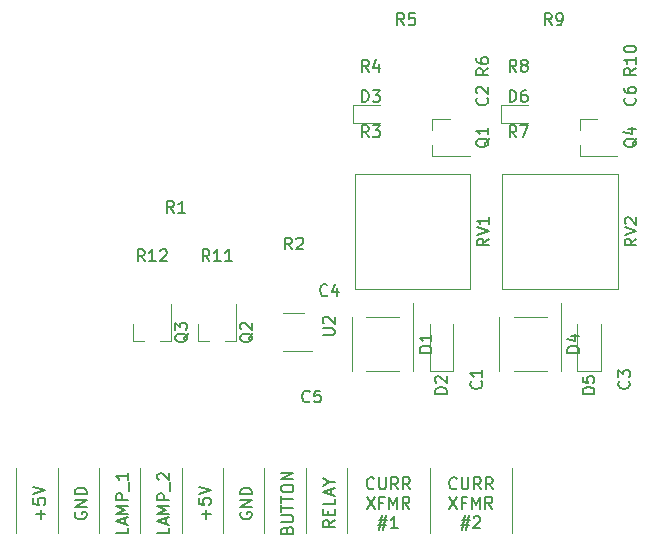
<source format=gbr>
G04 #@! TF.GenerationSoftware,KiCad,Pcbnew,(6.0.0-rc1-dev-1307-g4363cc0be)*
G04 #@! TF.CreationDate,2019-01-19T21:40:06+01:00
G04 #@! TF.ProjectId,authbox-relay-driver,61757468-626f-4782-9d72-656c61792d64,rev?*
G04 #@! TF.SameCoordinates,Original*
G04 #@! TF.FileFunction,Legend,Top*
G04 #@! TF.FilePolarity,Positive*
%FSLAX46Y46*%
G04 Gerber Fmt 4.6, Leading zero omitted, Abs format (unit mm)*
G04 Created by KiCad (PCBNEW (6.0.0-rc1-dev-1307-g4363cc0be)) date Sat 19 Jan 2019 09:40:06 PM CET*
%MOMM*%
%LPD*%
G04 APERTURE LIST*
%ADD10C,0.120000*%
%ADD11C,0.150000*%
%ADD12R,1.102000X1.802000*%
%ADD13C,2.602000*%
%ADD14R,1.802000X1.802000*%
%ADD15O,1.802000X1.802000*%
%ADD16R,1.097000X1.102000*%
%ADD17O,1.902000X3.702000*%
%ADD18R,1.902000X3.702000*%
%ADD19R,1.162000X0.752000*%
%ADD20R,2.002000X0.902000*%
%ADD21R,0.902000X2.002000*%
%ADD22R,0.922000X1.102000*%
%ADD23R,1.302000X1.002000*%
%ADD24R,1.102000X1.097000*%
G04 APERTURE END LIST*
D10*
X125050000Y-136670000D02*
X125050000Y-142170000D01*
X167050000Y-136670000D02*
X167050000Y-142170000D01*
X149550000Y-136670000D02*
X149550000Y-142170000D01*
D11*
X152002380Y-141074761D02*
X151526190Y-141408095D01*
X152002380Y-141646190D02*
X151002380Y-141646190D01*
X151002380Y-141265238D01*
X151050000Y-141170000D01*
X151097619Y-141122380D01*
X151192857Y-141074761D01*
X151335714Y-141074761D01*
X151430952Y-141122380D01*
X151478571Y-141170000D01*
X151526190Y-141265238D01*
X151526190Y-141646190D01*
X151478571Y-140646190D02*
X151478571Y-140312857D01*
X152002380Y-140170000D02*
X152002380Y-140646190D01*
X151002380Y-140646190D01*
X151002380Y-140170000D01*
X152002380Y-139265238D02*
X152002380Y-139741428D01*
X151002380Y-139741428D01*
X151716666Y-138979523D02*
X151716666Y-138503333D01*
X152002380Y-139074761D02*
X151002380Y-138741428D01*
X152002380Y-138408095D01*
X151526190Y-137884285D02*
X152002380Y-137884285D01*
X151002380Y-138217619D02*
X151526190Y-137884285D01*
X151002380Y-137550952D01*
X147978571Y-141931904D02*
X148026190Y-141789047D01*
X148073809Y-141741428D01*
X148169047Y-141693809D01*
X148311904Y-141693809D01*
X148407142Y-141741428D01*
X148454761Y-141789047D01*
X148502380Y-141884285D01*
X148502380Y-142265238D01*
X147502380Y-142265238D01*
X147502380Y-141931904D01*
X147550000Y-141836666D01*
X147597619Y-141789047D01*
X147692857Y-141741428D01*
X147788095Y-141741428D01*
X147883333Y-141789047D01*
X147930952Y-141836666D01*
X147978571Y-141931904D01*
X147978571Y-142265238D01*
X147502380Y-141265238D02*
X148311904Y-141265238D01*
X148407142Y-141217619D01*
X148454761Y-141170000D01*
X148502380Y-141074761D01*
X148502380Y-140884285D01*
X148454761Y-140789047D01*
X148407142Y-140741428D01*
X148311904Y-140693809D01*
X147502380Y-140693809D01*
X147502380Y-140360476D02*
X147502380Y-139789047D01*
X148502380Y-140074761D02*
X147502380Y-140074761D01*
X147502380Y-139598571D02*
X147502380Y-139027142D01*
X148502380Y-139312857D02*
X147502380Y-139312857D01*
X147502380Y-138503333D02*
X147502380Y-138312857D01*
X147550000Y-138217619D01*
X147645238Y-138122380D01*
X147835714Y-138074761D01*
X148169047Y-138074761D01*
X148359523Y-138122380D01*
X148454761Y-138217619D01*
X148502380Y-138312857D01*
X148502380Y-138503333D01*
X148454761Y-138598571D01*
X148359523Y-138693809D01*
X148169047Y-138741428D01*
X147835714Y-138741428D01*
X147645238Y-138693809D01*
X147550000Y-138598571D01*
X147502380Y-138503333D01*
X148502380Y-137646190D02*
X147502380Y-137646190D01*
X148502380Y-137074761D01*
X147502380Y-137074761D01*
D10*
X153050000Y-136670000D02*
X153050000Y-142170000D01*
X160050000Y-136670000D02*
X160050000Y-142170000D01*
X146050000Y-136670000D02*
X146050000Y-142170000D01*
X142550000Y-136670000D02*
X142550000Y-142170000D01*
X135550000Y-136670000D02*
X135550000Y-142170000D01*
X139050000Y-136670000D02*
X139050000Y-142170000D01*
X132050000Y-136670000D02*
X132050000Y-142170000D01*
X128550000Y-136670000D02*
X128550000Y-142170000D01*
D11*
X138002380Y-141717619D02*
X138002380Y-142193809D01*
X137002380Y-142193809D01*
X137716666Y-141431904D02*
X137716666Y-140955714D01*
X138002380Y-141527142D02*
X137002380Y-141193809D01*
X138002380Y-140860476D01*
X138002380Y-140527142D02*
X137002380Y-140527142D01*
X137716666Y-140193809D01*
X137002380Y-139860476D01*
X138002380Y-139860476D01*
X138002380Y-139384285D02*
X137002380Y-139384285D01*
X137002380Y-139003333D01*
X137050000Y-138908095D01*
X137097619Y-138860476D01*
X137192857Y-138812857D01*
X137335714Y-138812857D01*
X137430952Y-138860476D01*
X137478571Y-138908095D01*
X137526190Y-139003333D01*
X137526190Y-139384285D01*
X138097619Y-138622380D02*
X138097619Y-137860476D01*
X137097619Y-137670000D02*
X137050000Y-137622380D01*
X137002380Y-137527142D01*
X137002380Y-137289047D01*
X137050000Y-137193809D01*
X137097619Y-137146190D01*
X137192857Y-137098571D01*
X137288095Y-137098571D01*
X137430952Y-137146190D01*
X138002380Y-137717619D01*
X138002380Y-137098571D01*
X134502380Y-141717619D02*
X134502380Y-142193809D01*
X133502380Y-142193809D01*
X134216666Y-141431904D02*
X134216666Y-140955714D01*
X134502380Y-141527142D02*
X133502380Y-141193809D01*
X134502380Y-140860476D01*
X134502380Y-140527142D02*
X133502380Y-140527142D01*
X134216666Y-140193809D01*
X133502380Y-139860476D01*
X134502380Y-139860476D01*
X134502380Y-139384285D02*
X133502380Y-139384285D01*
X133502380Y-139003333D01*
X133550000Y-138908095D01*
X133597619Y-138860476D01*
X133692857Y-138812857D01*
X133835714Y-138812857D01*
X133930952Y-138860476D01*
X133978571Y-138908095D01*
X134026190Y-139003333D01*
X134026190Y-139384285D01*
X134597619Y-138622380D02*
X134597619Y-137860476D01*
X134502380Y-137098571D02*
X134502380Y-137670000D01*
X134502380Y-137384285D02*
X133502380Y-137384285D01*
X133645238Y-137479523D01*
X133740476Y-137574761D01*
X133788095Y-137670000D01*
X144050000Y-140431904D02*
X144002380Y-140527142D01*
X144002380Y-140670000D01*
X144050000Y-140812857D01*
X144145238Y-140908095D01*
X144240476Y-140955714D01*
X144430952Y-141003333D01*
X144573809Y-141003333D01*
X144764285Y-140955714D01*
X144859523Y-140908095D01*
X144954761Y-140812857D01*
X145002380Y-140670000D01*
X145002380Y-140574761D01*
X144954761Y-140431904D01*
X144907142Y-140384285D01*
X144573809Y-140384285D01*
X144573809Y-140574761D01*
X145002380Y-139955714D02*
X144002380Y-139955714D01*
X145002380Y-139384285D01*
X144002380Y-139384285D01*
X145002380Y-138908095D02*
X144002380Y-138908095D01*
X144002380Y-138670000D01*
X144050000Y-138527142D01*
X144145238Y-138431904D01*
X144240476Y-138384285D01*
X144430952Y-138336666D01*
X144573809Y-138336666D01*
X144764285Y-138384285D01*
X144859523Y-138431904D01*
X144954761Y-138527142D01*
X145002380Y-138670000D01*
X145002380Y-138908095D01*
X130050000Y-140431904D02*
X130002380Y-140527142D01*
X130002380Y-140670000D01*
X130050000Y-140812857D01*
X130145238Y-140908095D01*
X130240476Y-140955714D01*
X130430952Y-141003333D01*
X130573809Y-141003333D01*
X130764285Y-140955714D01*
X130859523Y-140908095D01*
X130954761Y-140812857D01*
X131002380Y-140670000D01*
X131002380Y-140574761D01*
X130954761Y-140431904D01*
X130907142Y-140384285D01*
X130573809Y-140384285D01*
X130573809Y-140574761D01*
X131002380Y-139955714D02*
X130002380Y-139955714D01*
X131002380Y-139384285D01*
X130002380Y-139384285D01*
X131002380Y-138908095D02*
X130002380Y-138908095D01*
X130002380Y-138670000D01*
X130050000Y-138527142D01*
X130145238Y-138431904D01*
X130240476Y-138384285D01*
X130430952Y-138336666D01*
X130573809Y-138336666D01*
X130764285Y-138384285D01*
X130859523Y-138431904D01*
X130954761Y-138527142D01*
X131002380Y-138670000D01*
X131002380Y-138908095D01*
X141121428Y-140955714D02*
X141121428Y-140193809D01*
X141502380Y-140574761D02*
X140740476Y-140574761D01*
X140502380Y-139241428D02*
X140502380Y-139717619D01*
X140978571Y-139765238D01*
X140930952Y-139717619D01*
X140883333Y-139622380D01*
X140883333Y-139384285D01*
X140930952Y-139289047D01*
X140978571Y-139241428D01*
X141073809Y-139193809D01*
X141311904Y-139193809D01*
X141407142Y-139241428D01*
X141454761Y-139289047D01*
X141502380Y-139384285D01*
X141502380Y-139622380D01*
X141454761Y-139717619D01*
X141407142Y-139765238D01*
X140502380Y-138908095D02*
X141502380Y-138574761D01*
X140502380Y-138241428D01*
X127121428Y-140955714D02*
X127121428Y-140193809D01*
X127502380Y-140574761D02*
X126740476Y-140574761D01*
X126502380Y-139241428D02*
X126502380Y-139717619D01*
X126978571Y-139765238D01*
X126930952Y-139717619D01*
X126883333Y-139622380D01*
X126883333Y-139384285D01*
X126930952Y-139289047D01*
X126978571Y-139241428D01*
X127073809Y-139193809D01*
X127311904Y-139193809D01*
X127407142Y-139241428D01*
X127454761Y-139289047D01*
X127502380Y-139384285D01*
X127502380Y-139622380D01*
X127454761Y-139717619D01*
X127407142Y-139765238D01*
X126502380Y-138908095D02*
X127502380Y-138574761D01*
X126502380Y-138241428D01*
X155335714Y-138377142D02*
X155288095Y-138424761D01*
X155145238Y-138472380D01*
X155050000Y-138472380D01*
X154907142Y-138424761D01*
X154811904Y-138329523D01*
X154764285Y-138234285D01*
X154716666Y-138043809D01*
X154716666Y-137900952D01*
X154764285Y-137710476D01*
X154811904Y-137615238D01*
X154907142Y-137520000D01*
X155050000Y-137472380D01*
X155145238Y-137472380D01*
X155288095Y-137520000D01*
X155335714Y-137567619D01*
X155764285Y-137472380D02*
X155764285Y-138281904D01*
X155811904Y-138377142D01*
X155859523Y-138424761D01*
X155954761Y-138472380D01*
X156145238Y-138472380D01*
X156240476Y-138424761D01*
X156288095Y-138377142D01*
X156335714Y-138281904D01*
X156335714Y-137472380D01*
X157383333Y-138472380D02*
X157050000Y-137996190D01*
X156811904Y-138472380D02*
X156811904Y-137472380D01*
X157192857Y-137472380D01*
X157288095Y-137520000D01*
X157335714Y-137567619D01*
X157383333Y-137662857D01*
X157383333Y-137805714D01*
X157335714Y-137900952D01*
X157288095Y-137948571D01*
X157192857Y-137996190D01*
X156811904Y-137996190D01*
X158383333Y-138472380D02*
X158050000Y-137996190D01*
X157811904Y-138472380D02*
X157811904Y-137472380D01*
X158192857Y-137472380D01*
X158288095Y-137520000D01*
X158335714Y-137567619D01*
X158383333Y-137662857D01*
X158383333Y-137805714D01*
X158335714Y-137900952D01*
X158288095Y-137948571D01*
X158192857Y-137996190D01*
X157811904Y-137996190D01*
X154716666Y-139122380D02*
X155383333Y-140122380D01*
X155383333Y-139122380D02*
X154716666Y-140122380D01*
X156097619Y-139598571D02*
X155764285Y-139598571D01*
X155764285Y-140122380D02*
X155764285Y-139122380D01*
X156240476Y-139122380D01*
X156621428Y-140122380D02*
X156621428Y-139122380D01*
X156954761Y-139836666D01*
X157288095Y-139122380D01*
X157288095Y-140122380D01*
X158335714Y-140122380D02*
X158002380Y-139646190D01*
X157764285Y-140122380D02*
X157764285Y-139122380D01*
X158145238Y-139122380D01*
X158240476Y-139170000D01*
X158288095Y-139217619D01*
X158335714Y-139312857D01*
X158335714Y-139455714D01*
X158288095Y-139550952D01*
X158240476Y-139598571D01*
X158145238Y-139646190D01*
X157764285Y-139646190D01*
X155764285Y-141105714D02*
X156478571Y-141105714D01*
X156050000Y-140677142D02*
X155764285Y-141962857D01*
X156383333Y-141534285D02*
X155669047Y-141534285D01*
X156097619Y-141962857D02*
X156383333Y-140677142D01*
X157335714Y-141772380D02*
X156764285Y-141772380D01*
X157050000Y-141772380D02*
X157050000Y-140772380D01*
X156954761Y-140915238D01*
X156859523Y-141010476D01*
X156764285Y-141058095D01*
X162335714Y-138377142D02*
X162288095Y-138424761D01*
X162145238Y-138472380D01*
X162050000Y-138472380D01*
X161907142Y-138424761D01*
X161811904Y-138329523D01*
X161764285Y-138234285D01*
X161716666Y-138043809D01*
X161716666Y-137900952D01*
X161764285Y-137710476D01*
X161811904Y-137615238D01*
X161907142Y-137520000D01*
X162050000Y-137472380D01*
X162145238Y-137472380D01*
X162288095Y-137520000D01*
X162335714Y-137567619D01*
X162764285Y-137472380D02*
X162764285Y-138281904D01*
X162811904Y-138377142D01*
X162859523Y-138424761D01*
X162954761Y-138472380D01*
X163145238Y-138472380D01*
X163240476Y-138424761D01*
X163288095Y-138377142D01*
X163335714Y-138281904D01*
X163335714Y-137472380D01*
X164383333Y-138472380D02*
X164050000Y-137996190D01*
X163811904Y-138472380D02*
X163811904Y-137472380D01*
X164192857Y-137472380D01*
X164288095Y-137520000D01*
X164335714Y-137567619D01*
X164383333Y-137662857D01*
X164383333Y-137805714D01*
X164335714Y-137900952D01*
X164288095Y-137948571D01*
X164192857Y-137996190D01*
X163811904Y-137996190D01*
X165383333Y-138472380D02*
X165050000Y-137996190D01*
X164811904Y-138472380D02*
X164811904Y-137472380D01*
X165192857Y-137472380D01*
X165288095Y-137520000D01*
X165335714Y-137567619D01*
X165383333Y-137662857D01*
X165383333Y-137805714D01*
X165335714Y-137900952D01*
X165288095Y-137948571D01*
X165192857Y-137996190D01*
X164811904Y-137996190D01*
X161716666Y-139122380D02*
X162383333Y-140122380D01*
X162383333Y-139122380D02*
X161716666Y-140122380D01*
X163097619Y-139598571D02*
X162764285Y-139598571D01*
X162764285Y-140122380D02*
X162764285Y-139122380D01*
X163240476Y-139122380D01*
X163621428Y-140122380D02*
X163621428Y-139122380D01*
X163954761Y-139836666D01*
X164288095Y-139122380D01*
X164288095Y-140122380D01*
X165335714Y-140122380D02*
X165002380Y-139646190D01*
X164764285Y-140122380D02*
X164764285Y-139122380D01*
X165145238Y-139122380D01*
X165240476Y-139170000D01*
X165288095Y-139217619D01*
X165335714Y-139312857D01*
X165335714Y-139455714D01*
X165288095Y-139550952D01*
X165240476Y-139598571D01*
X165145238Y-139646190D01*
X164764285Y-139646190D01*
X162764285Y-141105714D02*
X163478571Y-141105714D01*
X163050000Y-140677142D02*
X162764285Y-141962857D01*
X163383333Y-141534285D02*
X162669047Y-141534285D01*
X163097619Y-141962857D02*
X163383333Y-140677142D01*
X163764285Y-140867619D02*
X163811904Y-140820000D01*
X163907142Y-140772380D01*
X164145238Y-140772380D01*
X164240476Y-140820000D01*
X164288095Y-140867619D01*
X164335714Y-140962857D01*
X164335714Y-141058095D01*
X164288095Y-141200952D01*
X163716666Y-141772380D01*
X164335714Y-141772380D01*
D10*
G04 #@! TO.C,D4*
X169950000Y-128470000D02*
X167150000Y-128470000D01*
X167150000Y-123870000D02*
X169950000Y-123870000D01*
X171150000Y-128470000D02*
X171150000Y-122670000D01*
X165950000Y-128470000D02*
X165950000Y-123870000D01*
G04 #@! TO.C,D1*
X154650000Y-123870000D02*
X157450000Y-123870000D01*
X157450000Y-128470000D02*
X154650000Y-128470000D01*
X153450000Y-128470000D02*
X153450000Y-123870000D01*
X158650000Y-128470000D02*
X158650000Y-122670000D01*
G04 #@! TO.C,RV2*
X175975000Y-121540000D02*
X166205000Y-121540000D01*
X175975000Y-111770000D02*
X166205000Y-111770000D01*
X166205000Y-111770000D02*
X166205000Y-121540000D01*
X175975000Y-111770000D02*
X175975000Y-121540000D01*
G04 #@! TO.C,RV1*
X163475000Y-121540000D02*
X153705000Y-121540000D01*
X163475000Y-111770000D02*
X153705000Y-111770000D01*
X153705000Y-111770000D02*
X153705000Y-121540000D01*
X163475000Y-111770000D02*
X163475000Y-121540000D01*
G04 #@! TO.C,U2*
X147650000Y-126780000D02*
X150100000Y-126780000D01*
X149450000Y-123560000D02*
X147650000Y-123560000D01*
G04 #@! TO.C,Q4*
X172790000Y-107090000D02*
X174250000Y-107090000D01*
X172790000Y-110250000D02*
X175950000Y-110250000D01*
X172790000Y-110250000D02*
X172790000Y-109320000D01*
X172790000Y-107090000D02*
X172790000Y-108020000D01*
G04 #@! TO.C,Q3*
X134970000Y-125930000D02*
X134970000Y-124470000D01*
X138130000Y-125930000D02*
X138130000Y-122770000D01*
X138130000Y-125930000D02*
X137200000Y-125930000D01*
X134970000Y-125930000D02*
X135900000Y-125930000D01*
G04 #@! TO.C,Q2*
X140470000Y-125930000D02*
X140470000Y-124470000D01*
X143630000Y-125930000D02*
X143630000Y-122770000D01*
X143630000Y-125930000D02*
X142700000Y-125930000D01*
X140470000Y-125930000D02*
X141400000Y-125930000D01*
G04 #@! TO.C,Q1*
X160290000Y-107090000D02*
X161750000Y-107090000D01*
X160290000Y-110250000D02*
X163450000Y-110250000D01*
X160290000Y-110250000D02*
X160290000Y-109320000D01*
X160290000Y-107090000D02*
X160290000Y-108020000D01*
G04 #@! TO.C,D6*
X166080000Y-107430000D02*
X168350000Y-107430000D01*
X166080000Y-105910000D02*
X166080000Y-107430000D01*
X168350000Y-105910000D02*
X166080000Y-105910000D01*
G04 #@! TO.C,D5*
X172550000Y-128420000D02*
X172550000Y-124520000D01*
X174550000Y-128420000D02*
X174550000Y-124520000D01*
X172550000Y-128420000D02*
X174550000Y-128420000D01*
G04 #@! TO.C,D3*
X153580000Y-107430000D02*
X155850000Y-107430000D01*
X153580000Y-105910000D02*
X153580000Y-107430000D01*
X155850000Y-105910000D02*
X153580000Y-105910000D01*
G04 #@! TO.C,D2*
X160050000Y-128420000D02*
X160050000Y-124520000D01*
X162050000Y-128420000D02*
X162050000Y-124520000D01*
X160050000Y-128420000D02*
X162050000Y-128420000D01*
G04 #@! TO.C,D4*
D11*
X172702380Y-126908095D02*
X171702380Y-126908095D01*
X171702380Y-126670000D01*
X171750000Y-126527142D01*
X171845238Y-126431904D01*
X171940476Y-126384285D01*
X172130952Y-126336666D01*
X172273809Y-126336666D01*
X172464285Y-126384285D01*
X172559523Y-126431904D01*
X172654761Y-126527142D01*
X172702380Y-126670000D01*
X172702380Y-126908095D01*
X172035714Y-125479523D02*
X172702380Y-125479523D01*
X171654761Y-125717619D02*
X172369047Y-125955714D01*
X172369047Y-125336666D01*
G04 #@! TO.C,D1*
X160202380Y-126908095D02*
X159202380Y-126908095D01*
X159202380Y-126670000D01*
X159250000Y-126527142D01*
X159345238Y-126431904D01*
X159440476Y-126384285D01*
X159630952Y-126336666D01*
X159773809Y-126336666D01*
X159964285Y-126384285D01*
X160059523Y-126431904D01*
X160154761Y-126527142D01*
X160202380Y-126670000D01*
X160202380Y-126908095D01*
X160202380Y-125384285D02*
X160202380Y-125955714D01*
X160202380Y-125670000D02*
X159202380Y-125670000D01*
X159345238Y-125765238D01*
X159440476Y-125860476D01*
X159488095Y-125955714D01*
G04 #@! TO.C,RV2*
X177557380Y-117250238D02*
X177081190Y-117583571D01*
X177557380Y-117821666D02*
X176557380Y-117821666D01*
X176557380Y-117440714D01*
X176605000Y-117345476D01*
X176652619Y-117297857D01*
X176747857Y-117250238D01*
X176890714Y-117250238D01*
X176985952Y-117297857D01*
X177033571Y-117345476D01*
X177081190Y-117440714D01*
X177081190Y-117821666D01*
X176557380Y-116964523D02*
X177557380Y-116631190D01*
X176557380Y-116297857D01*
X176652619Y-116012142D02*
X176605000Y-115964523D01*
X176557380Y-115869285D01*
X176557380Y-115631190D01*
X176605000Y-115535952D01*
X176652619Y-115488333D01*
X176747857Y-115440714D01*
X176843095Y-115440714D01*
X176985952Y-115488333D01*
X177557380Y-116059761D01*
X177557380Y-115440714D01*
G04 #@! TO.C,RV1*
X165057380Y-117250238D02*
X164581190Y-117583571D01*
X165057380Y-117821666D02*
X164057380Y-117821666D01*
X164057380Y-117440714D01*
X164105000Y-117345476D01*
X164152619Y-117297857D01*
X164247857Y-117250238D01*
X164390714Y-117250238D01*
X164485952Y-117297857D01*
X164533571Y-117345476D01*
X164581190Y-117440714D01*
X164581190Y-117821666D01*
X164057380Y-116964523D02*
X165057380Y-116631190D01*
X164057380Y-116297857D01*
X165057380Y-115440714D02*
X165057380Y-116012142D01*
X165057380Y-115726428D02*
X164057380Y-115726428D01*
X164200238Y-115821666D01*
X164295476Y-115916904D01*
X164343095Y-116012142D01*
G04 #@! TO.C,R9*
X170383333Y-99172380D02*
X170050000Y-98696190D01*
X169811904Y-99172380D02*
X169811904Y-98172380D01*
X170192857Y-98172380D01*
X170288095Y-98220000D01*
X170335714Y-98267619D01*
X170383333Y-98362857D01*
X170383333Y-98505714D01*
X170335714Y-98600952D01*
X170288095Y-98648571D01*
X170192857Y-98696190D01*
X169811904Y-98696190D01*
X170859523Y-99172380D02*
X171050000Y-99172380D01*
X171145238Y-99124761D01*
X171192857Y-99077142D01*
X171288095Y-98934285D01*
X171335714Y-98743809D01*
X171335714Y-98362857D01*
X171288095Y-98267619D01*
X171240476Y-98220000D01*
X171145238Y-98172380D01*
X170954761Y-98172380D01*
X170859523Y-98220000D01*
X170811904Y-98267619D01*
X170764285Y-98362857D01*
X170764285Y-98600952D01*
X170811904Y-98696190D01*
X170859523Y-98743809D01*
X170954761Y-98791428D01*
X171145238Y-98791428D01*
X171240476Y-98743809D01*
X171288095Y-98696190D01*
X171335714Y-98600952D01*
G04 #@! TO.C,U2*
X151002380Y-125431904D02*
X151811904Y-125431904D01*
X151907142Y-125384285D01*
X151954761Y-125336666D01*
X152002380Y-125241428D01*
X152002380Y-125050952D01*
X151954761Y-124955714D01*
X151907142Y-124908095D01*
X151811904Y-124860476D01*
X151002380Y-124860476D01*
X151097619Y-124431904D02*
X151050000Y-124384285D01*
X151002380Y-124289047D01*
X151002380Y-124050952D01*
X151050000Y-123955714D01*
X151097619Y-123908095D01*
X151192857Y-123860476D01*
X151288095Y-123860476D01*
X151430952Y-123908095D01*
X152002380Y-124479523D01*
X152002380Y-123860476D01*
G04 #@! TO.C,R12*
X135907142Y-119172380D02*
X135573809Y-118696190D01*
X135335714Y-119172380D02*
X135335714Y-118172380D01*
X135716666Y-118172380D01*
X135811904Y-118220000D01*
X135859523Y-118267619D01*
X135907142Y-118362857D01*
X135907142Y-118505714D01*
X135859523Y-118600952D01*
X135811904Y-118648571D01*
X135716666Y-118696190D01*
X135335714Y-118696190D01*
X136859523Y-119172380D02*
X136288095Y-119172380D01*
X136573809Y-119172380D02*
X136573809Y-118172380D01*
X136478571Y-118315238D01*
X136383333Y-118410476D01*
X136288095Y-118458095D01*
X137240476Y-118267619D02*
X137288095Y-118220000D01*
X137383333Y-118172380D01*
X137621428Y-118172380D01*
X137716666Y-118220000D01*
X137764285Y-118267619D01*
X137811904Y-118362857D01*
X137811904Y-118458095D01*
X137764285Y-118600952D01*
X137192857Y-119172380D01*
X137811904Y-119172380D01*
G04 #@! TO.C,R11*
X141407142Y-119172380D02*
X141073809Y-118696190D01*
X140835714Y-119172380D02*
X140835714Y-118172380D01*
X141216666Y-118172380D01*
X141311904Y-118220000D01*
X141359523Y-118267619D01*
X141407142Y-118362857D01*
X141407142Y-118505714D01*
X141359523Y-118600952D01*
X141311904Y-118648571D01*
X141216666Y-118696190D01*
X140835714Y-118696190D01*
X142359523Y-119172380D02*
X141788095Y-119172380D01*
X142073809Y-119172380D02*
X142073809Y-118172380D01*
X141978571Y-118315238D01*
X141883333Y-118410476D01*
X141788095Y-118458095D01*
X143311904Y-119172380D02*
X142740476Y-119172380D01*
X143026190Y-119172380D02*
X143026190Y-118172380D01*
X142930952Y-118315238D01*
X142835714Y-118410476D01*
X142740476Y-118458095D01*
G04 #@! TO.C,R10*
X177502380Y-102812857D02*
X177026190Y-103146190D01*
X177502380Y-103384285D02*
X176502380Y-103384285D01*
X176502380Y-103003333D01*
X176550000Y-102908095D01*
X176597619Y-102860476D01*
X176692857Y-102812857D01*
X176835714Y-102812857D01*
X176930952Y-102860476D01*
X176978571Y-102908095D01*
X177026190Y-103003333D01*
X177026190Y-103384285D01*
X177502380Y-101860476D02*
X177502380Y-102431904D01*
X177502380Y-102146190D02*
X176502380Y-102146190D01*
X176645238Y-102241428D01*
X176740476Y-102336666D01*
X176788095Y-102431904D01*
X176502380Y-101241428D02*
X176502380Y-101146190D01*
X176550000Y-101050952D01*
X176597619Y-101003333D01*
X176692857Y-100955714D01*
X176883333Y-100908095D01*
X177121428Y-100908095D01*
X177311904Y-100955714D01*
X177407142Y-101003333D01*
X177454761Y-101050952D01*
X177502380Y-101146190D01*
X177502380Y-101241428D01*
X177454761Y-101336666D01*
X177407142Y-101384285D01*
X177311904Y-101431904D01*
X177121428Y-101479523D01*
X176883333Y-101479523D01*
X176692857Y-101431904D01*
X176597619Y-101384285D01*
X176550000Y-101336666D01*
X176502380Y-101241428D01*
G04 #@! TO.C,R8*
X167383333Y-103122380D02*
X167050000Y-102646190D01*
X166811904Y-103122380D02*
X166811904Y-102122380D01*
X167192857Y-102122380D01*
X167288095Y-102170000D01*
X167335714Y-102217619D01*
X167383333Y-102312857D01*
X167383333Y-102455714D01*
X167335714Y-102550952D01*
X167288095Y-102598571D01*
X167192857Y-102646190D01*
X166811904Y-102646190D01*
X167954761Y-102550952D02*
X167859523Y-102503333D01*
X167811904Y-102455714D01*
X167764285Y-102360476D01*
X167764285Y-102312857D01*
X167811904Y-102217619D01*
X167859523Y-102170000D01*
X167954761Y-102122380D01*
X168145238Y-102122380D01*
X168240476Y-102170000D01*
X168288095Y-102217619D01*
X168335714Y-102312857D01*
X168335714Y-102360476D01*
X168288095Y-102455714D01*
X168240476Y-102503333D01*
X168145238Y-102550952D01*
X167954761Y-102550952D01*
X167859523Y-102598571D01*
X167811904Y-102646190D01*
X167764285Y-102741428D01*
X167764285Y-102931904D01*
X167811904Y-103027142D01*
X167859523Y-103074761D01*
X167954761Y-103122380D01*
X168145238Y-103122380D01*
X168240476Y-103074761D01*
X168288095Y-103027142D01*
X168335714Y-102931904D01*
X168335714Y-102741428D01*
X168288095Y-102646190D01*
X168240476Y-102598571D01*
X168145238Y-102550952D01*
G04 #@! TO.C,R7*
X167383333Y-108672380D02*
X167050000Y-108196190D01*
X166811904Y-108672380D02*
X166811904Y-107672380D01*
X167192857Y-107672380D01*
X167288095Y-107720000D01*
X167335714Y-107767619D01*
X167383333Y-107862857D01*
X167383333Y-108005714D01*
X167335714Y-108100952D01*
X167288095Y-108148571D01*
X167192857Y-108196190D01*
X166811904Y-108196190D01*
X167716666Y-107672380D02*
X168383333Y-107672380D01*
X167954761Y-108672380D01*
G04 #@! TO.C,R6*
X165002380Y-102836666D02*
X164526190Y-103170000D01*
X165002380Y-103408095D02*
X164002380Y-103408095D01*
X164002380Y-103027142D01*
X164050000Y-102931904D01*
X164097619Y-102884285D01*
X164192857Y-102836666D01*
X164335714Y-102836666D01*
X164430952Y-102884285D01*
X164478571Y-102931904D01*
X164526190Y-103027142D01*
X164526190Y-103408095D01*
X164002380Y-101979523D02*
X164002380Y-102170000D01*
X164050000Y-102265238D01*
X164097619Y-102312857D01*
X164240476Y-102408095D01*
X164430952Y-102455714D01*
X164811904Y-102455714D01*
X164907142Y-102408095D01*
X164954761Y-102360476D01*
X165002380Y-102265238D01*
X165002380Y-102074761D01*
X164954761Y-101979523D01*
X164907142Y-101931904D01*
X164811904Y-101884285D01*
X164573809Y-101884285D01*
X164478571Y-101931904D01*
X164430952Y-101979523D01*
X164383333Y-102074761D01*
X164383333Y-102265238D01*
X164430952Y-102360476D01*
X164478571Y-102408095D01*
X164573809Y-102455714D01*
G04 #@! TO.C,R5*
X157883333Y-99172380D02*
X157550000Y-98696190D01*
X157311904Y-99172380D02*
X157311904Y-98172380D01*
X157692857Y-98172380D01*
X157788095Y-98220000D01*
X157835714Y-98267619D01*
X157883333Y-98362857D01*
X157883333Y-98505714D01*
X157835714Y-98600952D01*
X157788095Y-98648571D01*
X157692857Y-98696190D01*
X157311904Y-98696190D01*
X158788095Y-98172380D02*
X158311904Y-98172380D01*
X158264285Y-98648571D01*
X158311904Y-98600952D01*
X158407142Y-98553333D01*
X158645238Y-98553333D01*
X158740476Y-98600952D01*
X158788095Y-98648571D01*
X158835714Y-98743809D01*
X158835714Y-98981904D01*
X158788095Y-99077142D01*
X158740476Y-99124761D01*
X158645238Y-99172380D01*
X158407142Y-99172380D01*
X158311904Y-99124761D01*
X158264285Y-99077142D01*
G04 #@! TO.C,R4*
X154883333Y-103122380D02*
X154550000Y-102646190D01*
X154311904Y-103122380D02*
X154311904Y-102122380D01*
X154692857Y-102122380D01*
X154788095Y-102170000D01*
X154835714Y-102217619D01*
X154883333Y-102312857D01*
X154883333Y-102455714D01*
X154835714Y-102550952D01*
X154788095Y-102598571D01*
X154692857Y-102646190D01*
X154311904Y-102646190D01*
X155740476Y-102455714D02*
X155740476Y-103122380D01*
X155502380Y-102074761D02*
X155264285Y-102789047D01*
X155883333Y-102789047D01*
G04 #@! TO.C,R3*
X154883333Y-108672380D02*
X154550000Y-108196190D01*
X154311904Y-108672380D02*
X154311904Y-107672380D01*
X154692857Y-107672380D01*
X154788095Y-107720000D01*
X154835714Y-107767619D01*
X154883333Y-107862857D01*
X154883333Y-108005714D01*
X154835714Y-108100952D01*
X154788095Y-108148571D01*
X154692857Y-108196190D01*
X154311904Y-108196190D01*
X155216666Y-107672380D02*
X155835714Y-107672380D01*
X155502380Y-108053333D01*
X155645238Y-108053333D01*
X155740476Y-108100952D01*
X155788095Y-108148571D01*
X155835714Y-108243809D01*
X155835714Y-108481904D01*
X155788095Y-108577142D01*
X155740476Y-108624761D01*
X155645238Y-108672380D01*
X155359523Y-108672380D01*
X155264285Y-108624761D01*
X155216666Y-108577142D01*
G04 #@! TO.C,R2*
X148383333Y-118172380D02*
X148050000Y-117696190D01*
X147811904Y-118172380D02*
X147811904Y-117172380D01*
X148192857Y-117172380D01*
X148288095Y-117220000D01*
X148335714Y-117267619D01*
X148383333Y-117362857D01*
X148383333Y-117505714D01*
X148335714Y-117600952D01*
X148288095Y-117648571D01*
X148192857Y-117696190D01*
X147811904Y-117696190D01*
X148764285Y-117267619D02*
X148811904Y-117220000D01*
X148907142Y-117172380D01*
X149145238Y-117172380D01*
X149240476Y-117220000D01*
X149288095Y-117267619D01*
X149335714Y-117362857D01*
X149335714Y-117458095D01*
X149288095Y-117600952D01*
X148716666Y-118172380D01*
X149335714Y-118172380D01*
G04 #@! TO.C,R1*
X138383333Y-115072380D02*
X138050000Y-114596190D01*
X137811904Y-115072380D02*
X137811904Y-114072380D01*
X138192857Y-114072380D01*
X138288095Y-114120000D01*
X138335714Y-114167619D01*
X138383333Y-114262857D01*
X138383333Y-114405714D01*
X138335714Y-114500952D01*
X138288095Y-114548571D01*
X138192857Y-114596190D01*
X137811904Y-114596190D01*
X139335714Y-115072380D02*
X138764285Y-115072380D01*
X139050000Y-115072380D02*
X139050000Y-114072380D01*
X138954761Y-114215238D01*
X138859523Y-114310476D01*
X138764285Y-114358095D01*
G04 #@! TO.C,Q4*
X177597619Y-108765238D02*
X177550000Y-108860476D01*
X177454761Y-108955714D01*
X177311904Y-109098571D01*
X177264285Y-109193809D01*
X177264285Y-109289047D01*
X177502380Y-109241428D02*
X177454761Y-109336666D01*
X177359523Y-109431904D01*
X177169047Y-109479523D01*
X176835714Y-109479523D01*
X176645238Y-109431904D01*
X176550000Y-109336666D01*
X176502380Y-109241428D01*
X176502380Y-109050952D01*
X176550000Y-108955714D01*
X176645238Y-108860476D01*
X176835714Y-108812857D01*
X177169047Y-108812857D01*
X177359523Y-108860476D01*
X177454761Y-108955714D01*
X177502380Y-109050952D01*
X177502380Y-109241428D01*
X176835714Y-107955714D02*
X177502380Y-107955714D01*
X176454761Y-108193809D02*
X177169047Y-108431904D01*
X177169047Y-107812857D01*
G04 #@! TO.C,Q3*
X139597619Y-125265238D02*
X139550000Y-125360476D01*
X139454761Y-125455714D01*
X139311904Y-125598571D01*
X139264285Y-125693809D01*
X139264285Y-125789047D01*
X139502380Y-125741428D02*
X139454761Y-125836666D01*
X139359523Y-125931904D01*
X139169047Y-125979523D01*
X138835714Y-125979523D01*
X138645238Y-125931904D01*
X138550000Y-125836666D01*
X138502380Y-125741428D01*
X138502380Y-125550952D01*
X138550000Y-125455714D01*
X138645238Y-125360476D01*
X138835714Y-125312857D01*
X139169047Y-125312857D01*
X139359523Y-125360476D01*
X139454761Y-125455714D01*
X139502380Y-125550952D01*
X139502380Y-125741428D01*
X138502380Y-124979523D02*
X138502380Y-124360476D01*
X138883333Y-124693809D01*
X138883333Y-124550952D01*
X138930952Y-124455714D01*
X138978571Y-124408095D01*
X139073809Y-124360476D01*
X139311904Y-124360476D01*
X139407142Y-124408095D01*
X139454761Y-124455714D01*
X139502380Y-124550952D01*
X139502380Y-124836666D01*
X139454761Y-124931904D01*
X139407142Y-124979523D01*
G04 #@! TO.C,Q2*
X145097619Y-125265238D02*
X145050000Y-125360476D01*
X144954761Y-125455714D01*
X144811904Y-125598571D01*
X144764285Y-125693809D01*
X144764285Y-125789047D01*
X145002380Y-125741428D02*
X144954761Y-125836666D01*
X144859523Y-125931904D01*
X144669047Y-125979523D01*
X144335714Y-125979523D01*
X144145238Y-125931904D01*
X144050000Y-125836666D01*
X144002380Y-125741428D01*
X144002380Y-125550952D01*
X144050000Y-125455714D01*
X144145238Y-125360476D01*
X144335714Y-125312857D01*
X144669047Y-125312857D01*
X144859523Y-125360476D01*
X144954761Y-125455714D01*
X145002380Y-125550952D01*
X145002380Y-125741428D01*
X144097619Y-124931904D02*
X144050000Y-124884285D01*
X144002380Y-124789047D01*
X144002380Y-124550952D01*
X144050000Y-124455714D01*
X144097619Y-124408095D01*
X144192857Y-124360476D01*
X144288095Y-124360476D01*
X144430952Y-124408095D01*
X145002380Y-124979523D01*
X145002380Y-124360476D01*
G04 #@! TO.C,Q1*
X165097619Y-108765238D02*
X165050000Y-108860476D01*
X164954761Y-108955714D01*
X164811904Y-109098571D01*
X164764285Y-109193809D01*
X164764285Y-109289047D01*
X165002380Y-109241428D02*
X164954761Y-109336666D01*
X164859523Y-109431904D01*
X164669047Y-109479523D01*
X164335714Y-109479523D01*
X164145238Y-109431904D01*
X164050000Y-109336666D01*
X164002380Y-109241428D01*
X164002380Y-109050952D01*
X164050000Y-108955714D01*
X164145238Y-108860476D01*
X164335714Y-108812857D01*
X164669047Y-108812857D01*
X164859523Y-108860476D01*
X164954761Y-108955714D01*
X165002380Y-109050952D01*
X165002380Y-109241428D01*
X165002380Y-107860476D02*
X165002380Y-108431904D01*
X165002380Y-108146190D02*
X164002380Y-108146190D01*
X164145238Y-108241428D01*
X164240476Y-108336666D01*
X164288095Y-108431904D01*
G04 #@! TO.C,D6*
X166811904Y-105672380D02*
X166811904Y-104672380D01*
X167050000Y-104672380D01*
X167192857Y-104720000D01*
X167288095Y-104815238D01*
X167335714Y-104910476D01*
X167383333Y-105100952D01*
X167383333Y-105243809D01*
X167335714Y-105434285D01*
X167288095Y-105529523D01*
X167192857Y-105624761D01*
X167050000Y-105672380D01*
X166811904Y-105672380D01*
X168240476Y-104672380D02*
X168050000Y-104672380D01*
X167954761Y-104720000D01*
X167907142Y-104767619D01*
X167811904Y-104910476D01*
X167764285Y-105100952D01*
X167764285Y-105481904D01*
X167811904Y-105577142D01*
X167859523Y-105624761D01*
X167954761Y-105672380D01*
X168145238Y-105672380D01*
X168240476Y-105624761D01*
X168288095Y-105577142D01*
X168335714Y-105481904D01*
X168335714Y-105243809D01*
X168288095Y-105148571D01*
X168240476Y-105100952D01*
X168145238Y-105053333D01*
X167954761Y-105053333D01*
X167859523Y-105100952D01*
X167811904Y-105148571D01*
X167764285Y-105243809D01*
G04 #@! TO.C,D5*
X174002380Y-130408095D02*
X173002380Y-130408095D01*
X173002380Y-130170000D01*
X173050000Y-130027142D01*
X173145238Y-129931904D01*
X173240476Y-129884285D01*
X173430952Y-129836666D01*
X173573809Y-129836666D01*
X173764285Y-129884285D01*
X173859523Y-129931904D01*
X173954761Y-130027142D01*
X174002380Y-130170000D01*
X174002380Y-130408095D01*
X173002380Y-128931904D02*
X173002380Y-129408095D01*
X173478571Y-129455714D01*
X173430952Y-129408095D01*
X173383333Y-129312857D01*
X173383333Y-129074761D01*
X173430952Y-128979523D01*
X173478571Y-128931904D01*
X173573809Y-128884285D01*
X173811904Y-128884285D01*
X173907142Y-128931904D01*
X173954761Y-128979523D01*
X174002380Y-129074761D01*
X174002380Y-129312857D01*
X173954761Y-129408095D01*
X173907142Y-129455714D01*
G04 #@! TO.C,D3*
X154311904Y-105672380D02*
X154311904Y-104672380D01*
X154550000Y-104672380D01*
X154692857Y-104720000D01*
X154788095Y-104815238D01*
X154835714Y-104910476D01*
X154883333Y-105100952D01*
X154883333Y-105243809D01*
X154835714Y-105434285D01*
X154788095Y-105529523D01*
X154692857Y-105624761D01*
X154550000Y-105672380D01*
X154311904Y-105672380D01*
X155216666Y-104672380D02*
X155835714Y-104672380D01*
X155502380Y-105053333D01*
X155645238Y-105053333D01*
X155740476Y-105100952D01*
X155788095Y-105148571D01*
X155835714Y-105243809D01*
X155835714Y-105481904D01*
X155788095Y-105577142D01*
X155740476Y-105624761D01*
X155645238Y-105672380D01*
X155359523Y-105672380D01*
X155264285Y-105624761D01*
X155216666Y-105577142D01*
G04 #@! TO.C,D2*
X161502380Y-130408095D02*
X160502380Y-130408095D01*
X160502380Y-130170000D01*
X160550000Y-130027142D01*
X160645238Y-129931904D01*
X160740476Y-129884285D01*
X160930952Y-129836666D01*
X161073809Y-129836666D01*
X161264285Y-129884285D01*
X161359523Y-129931904D01*
X161454761Y-130027142D01*
X161502380Y-130170000D01*
X161502380Y-130408095D01*
X160597619Y-129455714D02*
X160550000Y-129408095D01*
X160502380Y-129312857D01*
X160502380Y-129074761D01*
X160550000Y-128979523D01*
X160597619Y-128931904D01*
X160692857Y-128884285D01*
X160788095Y-128884285D01*
X160930952Y-128931904D01*
X161502380Y-129503333D01*
X161502380Y-128884285D01*
G04 #@! TO.C,C6*
X177407142Y-105336666D02*
X177454761Y-105384285D01*
X177502380Y-105527142D01*
X177502380Y-105622380D01*
X177454761Y-105765238D01*
X177359523Y-105860476D01*
X177264285Y-105908095D01*
X177073809Y-105955714D01*
X176930952Y-105955714D01*
X176740476Y-105908095D01*
X176645238Y-105860476D01*
X176550000Y-105765238D01*
X176502380Y-105622380D01*
X176502380Y-105527142D01*
X176550000Y-105384285D01*
X176597619Y-105336666D01*
X176502380Y-104479523D02*
X176502380Y-104670000D01*
X176550000Y-104765238D01*
X176597619Y-104812857D01*
X176740476Y-104908095D01*
X176930952Y-104955714D01*
X177311904Y-104955714D01*
X177407142Y-104908095D01*
X177454761Y-104860476D01*
X177502380Y-104765238D01*
X177502380Y-104574761D01*
X177454761Y-104479523D01*
X177407142Y-104431904D01*
X177311904Y-104384285D01*
X177073809Y-104384285D01*
X176978571Y-104431904D01*
X176930952Y-104479523D01*
X176883333Y-104574761D01*
X176883333Y-104765238D01*
X176930952Y-104860476D01*
X176978571Y-104908095D01*
X177073809Y-104955714D01*
G04 #@! TO.C,C5*
X149883333Y-131027142D02*
X149835714Y-131074761D01*
X149692857Y-131122380D01*
X149597619Y-131122380D01*
X149454761Y-131074761D01*
X149359523Y-130979523D01*
X149311904Y-130884285D01*
X149264285Y-130693809D01*
X149264285Y-130550952D01*
X149311904Y-130360476D01*
X149359523Y-130265238D01*
X149454761Y-130170000D01*
X149597619Y-130122380D01*
X149692857Y-130122380D01*
X149835714Y-130170000D01*
X149883333Y-130217619D01*
X150788095Y-130122380D02*
X150311904Y-130122380D01*
X150264285Y-130598571D01*
X150311904Y-130550952D01*
X150407142Y-130503333D01*
X150645238Y-130503333D01*
X150740476Y-130550952D01*
X150788095Y-130598571D01*
X150835714Y-130693809D01*
X150835714Y-130931904D01*
X150788095Y-131027142D01*
X150740476Y-131074761D01*
X150645238Y-131122380D01*
X150407142Y-131122380D01*
X150311904Y-131074761D01*
X150264285Y-131027142D01*
G04 #@! TO.C,C4*
X151383333Y-122027142D02*
X151335714Y-122074761D01*
X151192857Y-122122380D01*
X151097619Y-122122380D01*
X150954761Y-122074761D01*
X150859523Y-121979523D01*
X150811904Y-121884285D01*
X150764285Y-121693809D01*
X150764285Y-121550952D01*
X150811904Y-121360476D01*
X150859523Y-121265238D01*
X150954761Y-121170000D01*
X151097619Y-121122380D01*
X151192857Y-121122380D01*
X151335714Y-121170000D01*
X151383333Y-121217619D01*
X152240476Y-121455714D02*
X152240476Y-122122380D01*
X152002380Y-121074761D02*
X151764285Y-121789047D01*
X152383333Y-121789047D01*
G04 #@! TO.C,C3*
X176907142Y-129336666D02*
X176954761Y-129384285D01*
X177002380Y-129527142D01*
X177002380Y-129622380D01*
X176954761Y-129765238D01*
X176859523Y-129860476D01*
X176764285Y-129908095D01*
X176573809Y-129955714D01*
X176430952Y-129955714D01*
X176240476Y-129908095D01*
X176145238Y-129860476D01*
X176050000Y-129765238D01*
X176002380Y-129622380D01*
X176002380Y-129527142D01*
X176050000Y-129384285D01*
X176097619Y-129336666D01*
X176002380Y-129003333D02*
X176002380Y-128384285D01*
X176383333Y-128717619D01*
X176383333Y-128574761D01*
X176430952Y-128479523D01*
X176478571Y-128431904D01*
X176573809Y-128384285D01*
X176811904Y-128384285D01*
X176907142Y-128431904D01*
X176954761Y-128479523D01*
X177002380Y-128574761D01*
X177002380Y-128860476D01*
X176954761Y-128955714D01*
X176907142Y-129003333D01*
G04 #@! TO.C,C2*
X164907142Y-105336666D02*
X164954761Y-105384285D01*
X165002380Y-105527142D01*
X165002380Y-105622380D01*
X164954761Y-105765238D01*
X164859523Y-105860476D01*
X164764285Y-105908095D01*
X164573809Y-105955714D01*
X164430952Y-105955714D01*
X164240476Y-105908095D01*
X164145238Y-105860476D01*
X164050000Y-105765238D01*
X164002380Y-105622380D01*
X164002380Y-105527142D01*
X164050000Y-105384285D01*
X164097619Y-105336666D01*
X164097619Y-104955714D02*
X164050000Y-104908095D01*
X164002380Y-104812857D01*
X164002380Y-104574761D01*
X164050000Y-104479523D01*
X164097619Y-104431904D01*
X164192857Y-104384285D01*
X164288095Y-104384285D01*
X164430952Y-104431904D01*
X165002380Y-105003333D01*
X165002380Y-104384285D01*
G04 #@! TO.C,C1*
X164407142Y-129336666D02*
X164454761Y-129384285D01*
X164502380Y-129527142D01*
X164502380Y-129622380D01*
X164454761Y-129765238D01*
X164359523Y-129860476D01*
X164264285Y-129908095D01*
X164073809Y-129955714D01*
X163930952Y-129955714D01*
X163740476Y-129908095D01*
X163645238Y-129860476D01*
X163550000Y-129765238D01*
X163502380Y-129622380D01*
X163502380Y-129527142D01*
X163550000Y-129384285D01*
X163597619Y-129336666D01*
X164502380Y-128384285D02*
X164502380Y-128955714D01*
X164502380Y-128670000D02*
X163502380Y-128670000D01*
X163645238Y-128765238D01*
X163740476Y-128860476D01*
X163788095Y-128955714D01*
G04 #@! TD*
%LPC*%
D12*
G04 #@! TO.C,D4*
X166550000Y-129145000D03*
X170550000Y-129145000D03*
X170550000Y-123195000D03*
X166550000Y-123195000D03*
G04 #@! TD*
G04 #@! TO.C,D1*
X158050000Y-129145000D03*
X154050000Y-129145000D03*
X154050000Y-123195000D03*
X158050000Y-123195000D03*
G04 #@! TD*
D13*
G04 #@! TO.C,RV2*
X168550000Y-116670000D03*
X171090000Y-119210000D03*
X173630000Y-116670000D03*
G04 #@! TD*
G04 #@! TO.C,RV1*
X156050000Y-116670000D03*
X158590000Y-119210000D03*
X161130000Y-116670000D03*
G04 #@! TD*
D14*
G04 #@! TO.C,J1*
X121920000Y-91440000D03*
D15*
X121920000Y-88900000D03*
X124460000Y-91440000D03*
X124460000Y-88900000D03*
X127000000Y-91440000D03*
X127000000Y-88900000D03*
X129540000Y-91440000D03*
X129540000Y-88900000D03*
X132080000Y-91440000D03*
X132080000Y-88900000D03*
X134620000Y-91440000D03*
X134620000Y-88900000D03*
X137160000Y-91440000D03*
X137160000Y-88900000D03*
X139700000Y-91440000D03*
X139700000Y-88900000D03*
X142240000Y-91440000D03*
X142240000Y-88900000D03*
X144780000Y-91440000D03*
X144780000Y-88900000D03*
X147320000Y-91440000D03*
X147320000Y-88900000D03*
X149860000Y-91440000D03*
X149860000Y-88900000D03*
X152400000Y-91440000D03*
X152400000Y-88900000D03*
X154940000Y-91440000D03*
X154940000Y-88900000D03*
X157480000Y-91440000D03*
X157480000Y-88900000D03*
X160020000Y-91440000D03*
X160020000Y-88900000D03*
X162560000Y-91440000D03*
X162560000Y-88900000D03*
X165100000Y-91440000D03*
X165100000Y-88900000D03*
X167640000Y-91440000D03*
X167640000Y-88900000D03*
X170180000Y-91440000D03*
X170180000Y-88900000D03*
G04 #@! TD*
D16*
G04 #@! TO.C,R9*
X171437500Y-100170000D03*
X169662500Y-100170000D03*
G04 #@! TD*
D17*
G04 #@! TO.C,J2*
X126800000Y-134670000D03*
X130300000Y-134670000D03*
X133800000Y-134670000D03*
X137300000Y-134670000D03*
X140800000Y-134670000D03*
X144300000Y-134670000D03*
X147800000Y-134670000D03*
X151300000Y-134670000D03*
X154800000Y-134670000D03*
X158300000Y-134670000D03*
X161800000Y-134670000D03*
D18*
X165300000Y-134670000D03*
G04 #@! TD*
D19*
G04 #@! TO.C,U2*
X147450000Y-126120000D03*
X147450000Y-124220000D03*
X149650000Y-124220000D03*
X149650000Y-125170000D03*
X149650000Y-126120000D03*
G04 #@! TD*
D16*
G04 #@! TO.C,R12*
X137437500Y-120170000D03*
X135662500Y-120170000D03*
G04 #@! TD*
G04 #@! TO.C,R11*
X142937500Y-120170000D03*
X141162500Y-120170000D03*
G04 #@! TD*
G04 #@! TO.C,R10*
X175437500Y-102670000D03*
X173662500Y-102670000D03*
G04 #@! TD*
G04 #@! TO.C,R8*
X169662500Y-102670000D03*
X171437500Y-102670000D03*
G04 #@! TD*
G04 #@! TO.C,R7*
X168437500Y-109670000D03*
X166662500Y-109670000D03*
G04 #@! TD*
G04 #@! TO.C,R6*
X162937500Y-102670000D03*
X161162500Y-102670000D03*
G04 #@! TD*
G04 #@! TO.C,R5*
X158937500Y-100170000D03*
X157162500Y-100170000D03*
G04 #@! TD*
G04 #@! TO.C,R4*
X157162500Y-102670000D03*
X158937500Y-102670000D03*
G04 #@! TD*
G04 #@! TO.C,R3*
X155937500Y-109670000D03*
X154162500Y-109670000D03*
G04 #@! TD*
G04 #@! TO.C,R2*
X149437500Y-119170000D03*
X147662500Y-119170000D03*
G04 #@! TD*
G04 #@! TO.C,R1*
X137662500Y-113170000D03*
X139437500Y-113170000D03*
G04 #@! TD*
D20*
G04 #@! TO.C,Q4*
X172050000Y-108670000D03*
X175050000Y-107720000D03*
X175050000Y-109620000D03*
G04 #@! TD*
D21*
G04 #@! TO.C,Q3*
X136550000Y-126670000D03*
X135600000Y-123670000D03*
X137500000Y-123670000D03*
G04 #@! TD*
G04 #@! TO.C,Q2*
X142050000Y-126670000D03*
X141100000Y-123670000D03*
X143000000Y-123670000D03*
G04 #@! TD*
D20*
G04 #@! TO.C,Q1*
X159550000Y-108670000D03*
X162550000Y-107720000D03*
X162550000Y-109620000D03*
G04 #@! TD*
D22*
G04 #@! TO.C,D6*
X168350000Y-106670000D03*
X166750000Y-106670000D03*
G04 #@! TD*
D23*
G04 #@! TO.C,D5*
X173550000Y-124520000D03*
X173550000Y-127820000D03*
G04 #@! TD*
D22*
G04 #@! TO.C,D3*
X155850000Y-106670000D03*
X154250000Y-106670000D03*
G04 #@! TD*
D23*
G04 #@! TO.C,D2*
X161050000Y-124520000D03*
X161050000Y-127820000D03*
G04 #@! TD*
D16*
G04 #@! TO.C,C6*
X175437500Y-105170000D03*
X173662500Y-105170000D03*
G04 #@! TD*
G04 #@! TO.C,C5*
X147662500Y-129170000D03*
X149437500Y-129170000D03*
G04 #@! TD*
G04 #@! TO.C,C4*
X147662500Y-121670000D03*
X149437500Y-121670000D03*
G04 #@! TD*
D24*
G04 #@! TO.C,C3*
X176550000Y-125282500D03*
X176550000Y-127057500D03*
G04 #@! TD*
D16*
G04 #@! TO.C,C2*
X162937500Y-105170000D03*
X161162500Y-105170000D03*
G04 #@! TD*
D24*
G04 #@! TO.C,C1*
X164050000Y-125282500D03*
X164050000Y-127057500D03*
G04 #@! TD*
M02*

</source>
